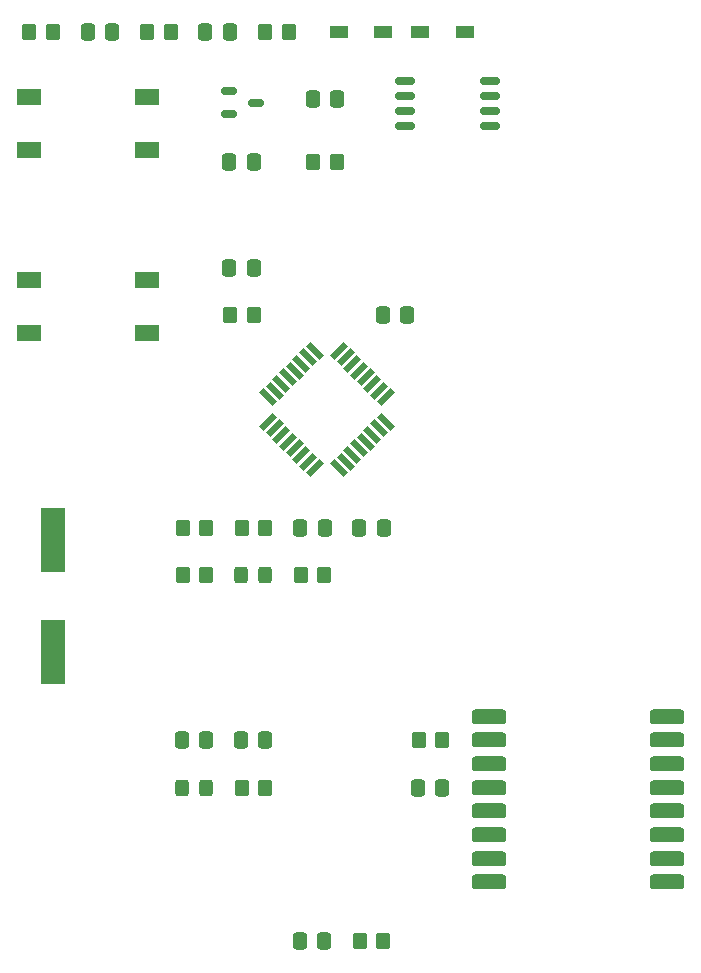
<source format=gbr>
%TF.GenerationSoftware,KiCad,Pcbnew,9.0.0*%
%TF.CreationDate,2025-03-09T10:23:32+01:00*%
%TF.ProjectId,ws_3.0,77735f33-2e30-42e6-9b69-6361645f7063,rev?*%
%TF.SameCoordinates,Original*%
%TF.FileFunction,Paste,Top*%
%TF.FilePolarity,Positive*%
%FSLAX46Y46*%
G04 Gerber Fmt 4.6, Leading zero omitted, Abs format (unit mm)*
G04 Created by KiCad (PCBNEW 9.0.0) date 2025-03-09 10:23:32*
%MOMM*%
%LPD*%
G01*
G04 APERTURE LIST*
G04 Aperture macros list*
%AMRoundRect*
0 Rectangle with rounded corners*
0 $1 Rounding radius*
0 $2 $3 $4 $5 $6 $7 $8 $9 X,Y pos of 4 corners*
0 Add a 4 corners polygon primitive as box body*
4,1,4,$2,$3,$4,$5,$6,$7,$8,$9,$2,$3,0*
0 Add four circle primitives for the rounded corners*
1,1,$1+$1,$2,$3*
1,1,$1+$1,$4,$5*
1,1,$1+$1,$6,$7*
1,1,$1+$1,$8,$9*
0 Add four rect primitives between the rounded corners*
20,1,$1+$1,$2,$3,$4,$5,0*
20,1,$1+$1,$4,$5,$6,$7,0*
20,1,$1+$1,$6,$7,$8,$9,0*
20,1,$1+$1,$8,$9,$2,$3,0*%
%AMRotRect*
0 Rectangle, with rotation*
0 The origin of the aperture is its center*
0 $1 length*
0 $2 width*
0 $3 Rotation angle, in degrees counterclockwise*
0 Add horizontal line*
21,1,$1,$2,0,0,$3*%
G04 Aperture macros list end*
%ADD10R,2.100000X1.400000*%
%ADD11RoundRect,0.250000X-0.337500X-0.475000X0.337500X-0.475000X0.337500X0.475000X-0.337500X0.475000X0*%
%ADD12RoundRect,0.250000X-0.350000X-0.450000X0.350000X-0.450000X0.350000X0.450000X-0.350000X0.450000X0*%
%ADD13RotRect,1.600000X0.550000X45.000000*%
%ADD14RotRect,1.600000X0.550000X135.000000*%
%ADD15RoundRect,0.250000X-0.325000X-0.450000X0.325000X-0.450000X0.325000X0.450000X-0.325000X0.450000X0*%
%ADD16RoundRect,0.250000X0.337500X0.475000X-0.337500X0.475000X-0.337500X-0.475000X0.337500X-0.475000X0*%
%ADD17R,1.600000X1.000000*%
%ADD18R,2.000000X5.500000*%
%ADD19RoundRect,0.162500X-0.650000X-0.162500X0.650000X-0.162500X0.650000X0.162500X-0.650000X0.162500X0*%
%ADD20RoundRect,0.317500X-1.157500X-0.317500X1.157500X-0.317500X1.157500X0.317500X-1.157500X0.317500X0*%
%ADD21RoundRect,0.150000X-0.512500X-0.150000X0.512500X-0.150000X0.512500X0.150000X-0.512500X0.150000X0*%
G04 APERTURE END LIST*
D10*
%TO.C,SW3*%
X115000000Y-82000000D03*
X115000000Y-86500000D03*
X125000000Y-82000000D03*
X125000000Y-86500000D03*
%TD*%
D11*
%TO.C,C11*%
X132925000Y-121000000D03*
X135000000Y-121000000D03*
%TD*%
%TO.C,C14*%
X142962500Y-103000000D03*
X145037500Y-103000000D03*
%TD*%
%TO.C,C9*%
X144925000Y-85000000D03*
X147000000Y-85000000D03*
%TD*%
%TO.C,C4*%
X138998100Y-66654500D03*
X141073100Y-66654500D03*
%TD*%
D12*
%TO.C,R10*%
X133000000Y-103000000D03*
X135000000Y-103000000D03*
%TD*%
%TO.C,R12*%
X128000000Y-107000000D03*
X130000000Y-107000000D03*
%TD*%
%TO.C,R8*%
X143000000Y-138000000D03*
X145000000Y-138000000D03*
%TD*%
D11*
%TO.C,C13*%
X137962500Y-103000000D03*
X140037500Y-103000000D03*
%TD*%
D13*
%TO.C,U1*%
X135214897Y-94010405D03*
X135780583Y-94576090D03*
X136346268Y-95141776D03*
X136911953Y-95707461D03*
X137477639Y-96273147D03*
X138043324Y-96838832D03*
X138609010Y-97404517D03*
X139174695Y-97970203D03*
D14*
X141225305Y-97970203D03*
X141790990Y-97404517D03*
X142356676Y-96838832D03*
X142922361Y-96273147D03*
X143488047Y-95707461D03*
X144053732Y-95141776D03*
X144619417Y-94576090D03*
X145185103Y-94010405D03*
D13*
X145185103Y-91959795D03*
X144619417Y-91394110D03*
X144053732Y-90828424D03*
X143488047Y-90262739D03*
X142922361Y-89697053D03*
X142356676Y-89131368D03*
X141790990Y-88565683D03*
X141225305Y-87999997D03*
D14*
X139174695Y-87999997D03*
X138609010Y-88565683D03*
X138043324Y-89131368D03*
X137477639Y-89697053D03*
X136911953Y-90262739D03*
X136346268Y-90828424D03*
X135780583Y-91394110D03*
X135214897Y-91959795D03*
%TD*%
D15*
%TO.C,D1*%
X127950000Y-125000000D03*
X130000000Y-125000000D03*
%TD*%
D11*
%TO.C,C1*%
X147925000Y-125000000D03*
X150000000Y-125000000D03*
%TD*%
D12*
%TO.C,R11*%
X115000000Y-61000000D03*
X117000000Y-61000000D03*
%TD*%
D16*
%TO.C,C12*%
X134000000Y-81000000D03*
X131925000Y-81000000D03*
%TD*%
D12*
%TO.C,R4*%
X125000000Y-61000000D03*
X127000000Y-61000000D03*
%TD*%
%TO.C,R7*%
X148000000Y-121000000D03*
X150000000Y-121000000D03*
%TD*%
D17*
%TO.C,D3*%
X148100000Y-61000000D03*
X151900000Y-61000000D03*
%TD*%
%TO.C,D2*%
X141200000Y-61000000D03*
X145000000Y-61000000D03*
%TD*%
D18*
%TO.C,Y1*%
X117000000Y-113500000D03*
X117000000Y-104000000D03*
%TD*%
D12*
%TO.C,R2*%
X139032400Y-72000000D03*
X141032400Y-72000000D03*
%TD*%
D11*
%TO.C,C10*%
X127925000Y-121000000D03*
X130000000Y-121000000D03*
%TD*%
%TO.C,C3*%
X137925000Y-138000000D03*
X140000000Y-138000000D03*
%TD*%
D19*
%TO.C,U3*%
X146825000Y-65190000D03*
X146825000Y-66460000D03*
X146825000Y-67730000D03*
X146825000Y-69000000D03*
X154000000Y-69000000D03*
X154000000Y-67730000D03*
X154000000Y-66460000D03*
X154000000Y-65190000D03*
%TD*%
D11*
%TO.C,C6*%
X129925000Y-61000000D03*
X132000000Y-61000000D03*
%TD*%
%TO.C,C5*%
X131925000Y-72000000D03*
X134000000Y-72000000D03*
%TD*%
D12*
%TO.C,R5*%
X135000000Y-61000000D03*
X137000000Y-61000000D03*
%TD*%
D20*
%TO.C,U5*%
X153950000Y-119000000D03*
X153950000Y-121000000D03*
X153950000Y-123000000D03*
X153950000Y-125000000D03*
X153950000Y-127000000D03*
X153950000Y-129000000D03*
X153950000Y-131000000D03*
X153950000Y-133000000D03*
X169000000Y-133000000D03*
X169000000Y-131000000D03*
X169000000Y-129000000D03*
X169000000Y-127000000D03*
X169000000Y-125000000D03*
X169000000Y-123000000D03*
X169000000Y-121000000D03*
X169000000Y-119000000D03*
%TD*%
D11*
%TO.C,C7*%
X119962500Y-61000000D03*
X122037500Y-61000000D03*
%TD*%
D10*
%TO.C,SW2*%
X115000000Y-66500000D03*
X115000000Y-71000000D03*
X125000000Y-66500000D03*
X125000000Y-71000000D03*
%TD*%
D21*
%TO.C,U4*%
X131912500Y-66050000D03*
X131912500Y-67950000D03*
X134187500Y-67000000D03*
%TD*%
D12*
%TO.C,R6*%
X138000000Y-107000000D03*
X140000000Y-107000000D03*
%TD*%
%TO.C,R1*%
X133000000Y-125000000D03*
X135000000Y-125000000D03*
%TD*%
%TO.C,R9*%
X128000000Y-103000000D03*
X130000000Y-103000000D03*
%TD*%
%TO.C,R3*%
X132000000Y-85000000D03*
X134000000Y-85000000D03*
%TD*%
D15*
%TO.C,D4*%
X132950000Y-107000000D03*
X135000000Y-107000000D03*
%TD*%
M02*

</source>
